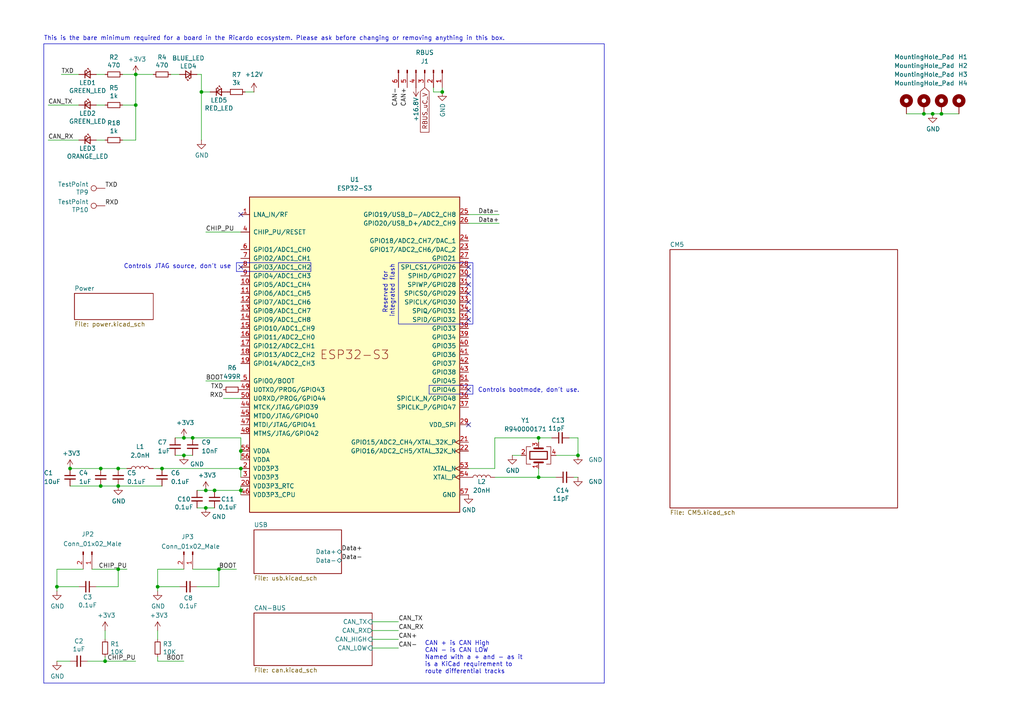
<source format=kicad_sch>
(kicad_sch (version 20250114) (generator "eeschema") (generator_version "9.0")
  (paper "A4")
  (lib_symbols
    (symbol "Connector:Conn_01x02_Male" (pin_names (offset 1.016) (hide yes))
      (property "Reference" "J" (at 0 2.54 0))
      (property "Value" "Conn_01x02_Male" (at 0 -5.08 0))
      (symbol "Conn_01x02_Male_1_1"
        (rectangle (start 0.8636 0.127) (end 0 -0.127) (stroke (width 0.1524)) (fill (type outline)))
        (rectangle (start 0.8636 -2.413) (end 0 -2.667) (stroke (width 0.1524)) (fill (type outline)))
        (polyline (pts (xy 1.27 0) (xy 0.8636 0)) (stroke (width 0.1524)))
        (polyline (pts (xy 1.27 -2.54) (xy 0.8636 -2.54)) (stroke (width 0.1524)))
        (pin passive line (at 5.08 0 180) (length 3.81) (name "Pin_1") (number "1"))
        (pin passive line (at 5.08 -2.54 180) (length 3.81) (name "Pin_2") (number "2"))
      )
    )
    (symbol "Connector:Conn_01x06_Male" (pin_names (offset 1.016) (hide yes))
      (property "Reference" "J" (at 0 7.62 0))
      (property "Value" "Conn_01x06_Male" (at 0 -10.16 0))
      (symbol "Conn_01x06_Male_1_1"
        (rectangle (start 0.8636 5.207) (end 0 4.953) (stroke (width 0.1524)) (fill (type outline)))
        (rectangle (start 0.8636 2.667) (end 0 2.413) (stroke (width 0.1524)) (fill (type outline)))
        (rectangle (start 0.8636 0.127) (end 0 -0.127) (stroke (width 0.1524)) (fill (type outline)))
        (rectangle (start 0.8636 -2.413) (end 0 -2.667) (stroke (width 0.1524)) (fill (type outline)))
        (rectangle (start 0.8636 -4.953) (end 0 -5.207) (stroke (width 0.1524)) (fill (type outline)))
        (rectangle (start 0.8636 -7.493) (end 0 -7.747) (stroke (width 0.1524)) (fill (type outline)))
        (polyline (pts (xy 1.27 5.08) (xy 0.8636 5.08)) (stroke (width 0.1524)))
        (polyline (pts (xy 1.27 2.54) (xy 0.8636 2.54)) (stroke (width 0.1524)))
        (polyline (pts (xy 1.27 0) (xy 0.8636 0)) (stroke (width 0.1524)))
        (polyline (pts (xy 1.27 -2.54) (xy 0.8636 -2.54)) (stroke (width 0.1524)))
        (polyline (pts (xy 1.27 -5.08) (xy 0.8636 -5.08)) (stroke (width 0.1524)))
        (polyline (pts (xy 1.27 -7.62) (xy 0.8636 -7.62)) (stroke (width 0.1524)))
        (pin passive line (at 5.08 5.08 180) (length 3.81) (name "Pin_1") (number "1"))
        (pin passive line (at 5.08 2.54 180) (length 3.81) (name "Pin_2") (number "2"))
        (pin passive line (at 5.08 0 180) (length 3.81) (name "Pin_3") (number "3"))
        (pin passive line (at 5.08 -2.54 180) (length 3.81) (name "Pin_4") (number "4"))
        (pin passive line (at 5.08 -5.08 180) (length 3.81) (name "Pin_5") (number "5"))
        (pin passive line (at 5.08 -7.62 180) (length 3.81) (name "Pin_6") (number "6"))
      )
    )
    (symbol "Connector:TestPoint" (pin_numbers (hide yes)) (pin_names (offset 0.762) (hide yes))
      (property "Reference" "TP" (at 0 6.858 0))
      (property "Value" "TestPoint" (at 0 5.08 0))
      (symbol "TestPoint_0_1"
        (circle (center 0 3.302) (radius 0.762))
      )
      (symbol "TestPoint_1_1"
        (pin passive line (at 0 0 90) (length 2.54) (name "1") (number "1"))
      )
    )
    (symbol "Device:C_Small" (pin_numbers (hide yes)) (pin_names (offset 0.254) (hide yes))
      (property "Reference" "C" (at 0.254 1.778 0))
      (property "Value" "C_Small" (at 0.254 -2.032 0))
      (symbol "C_Small_0_1"
        (polyline (pts (xy -1.524 0.508) (xy 1.524 0.508)) (stroke (width 0.3048)))
        (polyline (pts (xy -1.524 -0.508) (xy 1.524 -0.508)) (stroke (width 0.3302)))
      )
      (symbol "C_Small_1_1"
        (pin passive line (at 0 2.54 270) (length 2.032) (name "~") (number "1"))
        (pin passive line (at 0 -2.54 90) (length 2.032) (name "~") (number "2"))
      )
    )
    (symbol "Device:Crystal_GND24" (pin_names (offset 1.016) (hide yes))
      (property "Reference" "Y" (at 3.175 5.08 0))
      (property "Value" "Crystal_GND24" (at 3.175 3.175 0))
      (symbol "Crystal_GND24_0_1"
        (polyline (pts (xy -2.54 2.286) (xy -2.54 3.556) (xy 2.54 3.556) (xy 2.54 2.286)))
        (polyline (pts (xy -2.54 0) (xy -2.032 0)))
        (polyline (pts (xy -2.54 -2.286) (xy -2.54 -3.556) (xy 2.54 -3.556) (xy 2.54 -2.286)))
        (polyline (pts (xy -2.032 -1.27) (xy -2.032 1.27)) (stroke (width 0.508)))
        (rectangle (start -1.143 2.54) (end 1.143 -2.54) (stroke (width 0.3048)))
        (polyline (pts (xy 0 3.556) (xy 0 3.81)))
        (polyline (pts (xy 0 -3.81) (xy 0 -3.556)))
        (polyline (pts (xy 2.032 0) (xy 2.54 0)))
        (polyline (pts (xy 2.032 -1.27) (xy 2.032 1.27)) (stroke (width 0.508)))
      )
      (symbol "Crystal_GND24_1_1"
        (pin passive line (at -3.81 0 0) (length 1.27) (name "1") (number "1"))
        (pin passive line (at 0 5.08 270) (length 1.27) (name "2") (number "2"))
        (pin passive line (at 0 -5.08 90) (length 1.27) (name "4") (number "4"))
        (pin passive line (at 3.81 0 180) (length 1.27) (name "3") (number "3"))
      )
    )
    (symbol "Device:L" (pin_numbers (hide yes)) (pin_names (offset 1.016) (hide yes))
      (property "Reference" "L" (at -1.27 0 90))
      (property "Value" "L" (at 1.905 0 90))
      (symbol "L_0_1"
        (arc (start 0 2.54) (mid 0.6323 1.905) (end 0 1.27))
        (arc (start 0 1.27) (mid 0.6323 0.635) (end 0 0))
        (arc (start 0 0) (mid 0.6323 -0.635) (end 0 -1.27))
        (arc (start 0 -1.27) (mid 0.6323 -1.905) (end 0 -2.54))
      )
      (symbol "L_1_1"
        (pin passive line (at 0 3.81 270) (length 1.27) (name "1") (number "1"))
        (pin passive line (at 0 -3.81 90) (length 1.27) (name "2") (number "2"))
      )
    )
    (symbol "Device:LED_Small" (pin_numbers (hide yes)) (pin_names (offset 0.254) (hide yes))
      (property "Reference" "D" (at -1.27 3.175 0))
      (property "Value" "LED_Small" (at -4.445 -2.54 0))
      (symbol "LED_Small_0_1"
        (polyline (pts (xy -0.762 -1.016) (xy -0.762 1.016)) (stroke (width 0.254)))
        (polyline (pts (xy 0 0.762) (xy -0.508 1.27) (xy -0.254 1.27) (xy -0.508 1.27) (xy -0.508 1.016)))
        (polyline (pts (xy 0.508 1.27) (xy 0 1.778) (xy 0.254 1.778) (xy 0 1.778) (xy 0 1.524)))
        (polyline (pts (xy 0.762 -1.016) (xy -0.762 0) (xy 0.762 1.016) (xy 0.762 -1.016)) (stroke (width 0.254)))
        (polyline (pts (xy 1.016 0) (xy -0.762 0)))
      )
      (symbol "LED_Small_1_1"
        (pin passive line (at -2.54 0 0) (length 1.778) (name "K") (number "1"))
        (pin passive line (at 2.54 0 180) (length 1.778) (name "A") (number "2"))
      )
    )
    (symbol "Device:R_Small" (pin_numbers (hide yes)) (pin_names (offset 0.254) (hide yes))
      (property "Reference" "R" (at 0.762 0.508 0))
      (property "Value" "R_Small" (at 0.762 -1.016 0))
      (symbol "R_Small_0_1"
        (rectangle (start -0.762 1.778) (end 0.762 -1.778) (stroke (width 0.2032)))
      )
      (symbol "R_Small_1_1"
        (pin passive line (at 0 2.54 270) (length 0.762) (name "~") (number "1"))
        (pin passive line (at 0 -2.54 90) (length 0.762) (name "~") (number "2"))
      )
    )
    (symbol "Espressif:ESP32-S3" (pin_names (offset 1.016))
      (property "Reference" "U" (at 0 48.26 0))
      (property "Value" "ESP32-S3" (at 0 -48.26 0))
      (symbol "ESP32-S3_0_0"
        (text "ESP32-S3" (at 0 0 0) (effects (font (size 2.54 2.54))))
        (pin bidirectional line (at 33.02 -12.7 180) (length 2.54) (name "SPICLK_N/GPIO48") (number "36"))
        (pin bidirectional line (at 33.02 -15.24 180) (length 2.54) (name "SPICLK_P/GPIO47") (number "37"))
      )
      (symbol "ESP32-S3_0_1"
        (rectangle (start -30.48 45.72) (end 30.48 -45.72) (stroke (width 0.254)) (fill (type background)))
      )
      (symbol "ESP32-S3_1_1"
        (pin bidirectional line (at -33.02 40.64 0) (length 2.54) (name "LNA_IN/RF") (number "1"))
        (pin input line (at -33.02 35.56 0) (length 2.54) (name "CHIP_PU/RESET") (number "4"))
        (pin bidirectional line (at -33.02 30.48 0) (length 2.54) (name "GPIO1/ADC1_CH0") (number "6"))
        (pin bidirectional line (at -33.02 27.94 0) (length 2.54) (name "GPIO2/ADC1_CH1") (number "7"))
        (pin bidirectional line (at -33.02 25.4 0) (length 2.54) (name "GPIO3/ADC1_CH2") (number "8"))
        (pin bidirectional line (at -33.02 22.86 0) (length 2.54) (name "GPIO4/ADC1_CH3") (number "9"))
        (pin bidirectional line (at -33.02 20.32 0) (length 2.54) (name "GPIO5/ADC1_CH4") (number "10"))
        (pin bidirectional line (at -33.02 17.78 0) (length 2.54) (name "GPIO6/ADC1_CH5") (number "11"))
        (pin bidirectional line (at -33.02 15.24 0) (length 2.54) (name "GPIO7/ADC1_CH6") (number "12"))
        (pin bidirectional line (at -33.02 12.7 0) (length 2.54) (name "GPIO8/ADC1_CH7") (number "13"))
        (pin bidirectional line (at -33.02 10.16 0) (length 2.54) (name "GPIO9/ADC1_CH8") (number "14"))
        (pin bidirectional line (at -33.02 7.62 0) (length 2.54) (name "GPIO10/ADC1_CH9") (number "15"))
        (pin bidirectional line (at -33.02 5.08 0) (length 2.54) (name "GPIO11/ADC2_CH0") (number "16"))
        (pin bidirectional line (at -33.02 2.54 0) (length 2.54) (name "GPIO12/ADC2_CH1") (number "17"))
        (pin bidirectional line (at -33.02 0 0) (length 2.54) (name "GPIO13/ADC2_CH2") (number "18"))
        (pin bidirectional line (at -33.02 -2.54 0) (length 2.54) (name "GPIO14/ADC2_CH3") (number "19"))
        (pin bidirectional line (at -33.02 -7.62 0) (length 2.54) (name "GPIO0/BOOT") (number "5"))
        (pin bidirectional line (at -33.02 -10.16 0) (length 2.54) (name "U0TXD/PROG/GPIO43") (number "49"))
        (pin bidirectional line (at -33.02 -12.7 0) (length 2.54) (name "U0RXD/PROG/GPIO44") (number "50"))
        (pin bidirectional line (at -33.02 -15.24 0) (length 2.54) (name "MTCK/JTAG/GPIO39") (number "44"))
        (pin bidirectional line (at -33.02 -17.78 0) (length 2.54) (name "MTDO/JTAG/GPIO40") (number "45"))
        (pin bidirectional line (at -33.02 -20.32 0) (length 2.54) (name "MTDI/JTAG/GPIO41") (number "47"))
        (pin bidirectional line (at -33.02 -22.86 0) (length 2.54) (name "MTMS/JTAG/GPIO42") (number "48"))
        (pin power_in line (at -33.02 -27.94 0) (length 2.54) (name "VDDA") (number "55"))
        (pin power_in line (at -33.02 -30.48 0) (length 2.54) (name "VDDA") (number "56"))
        (pin power_in line (at -33.02 -33.02 0) (length 2.54) (name "VDD3P3") (number "2"))
        (pin power_in line (at -33.02 -35.56 0) (length 2.54) (name "VDD3P3") (number "3"))
        (pin power_in line (at -33.02 -38.1 0) (length 2.54) (name "VDD3P3_RTC") (number "20"))
        (pin power_in line (at -33.02 -40.64 0) (length 2.54) (name "VDD3P3_CPU") (number "46"))
        (pin bidirectional line (at 33.02 40.64 180) (length 2.54) (name "GPIO19/USB_D-/ADC2_CH8") (number "25"))
        (pin bidirectional line (at 33.02 38.1 180) (length 2.54) (name "GPIO20/USB_D+/ADC2_CH9") (number "26"))
        (pin bidirectional line (at 33.02 33.02 180) (length 2.54) (name "GPIO18/ADC2_CH7/DAC_1") (number "24"))
        (pin bidirectional line (at 33.02 30.48 180) (length 2.54) (name "GPIO17/ADC2_CH6/DAC_2") (number "23"))
        (pin bidirectional line (at 33.02 27.94 180) (length 2.54) (name "GPIO21") (number "27"))
        (pin bidirectional line (at 33.02 25.4 180) (length 2.54) (name "SPI_CS1/GPIO26") (number "28"))
        (pin bidirectional line (at 33.02 22.86 180) (length 2.54) (name "SPIHD/GPIO27") (number "30"))
        (pin bidirectional line (at 33.02 20.32 180) (length 2.54) (name "SPIWP/GPIO28") (number "31"))
        (pin bidirectional line (at 33.02 17.78 180) (length 2.54) (name "SPICS0/GPIO29") (number "32"))
        (pin bidirectional line (at 33.02 15.24 180) (length 2.54) (name "SPICLK/GPIO30") (number "33"))
        (pin bidirectional line (at 33.02 12.7 180) (length 2.54) (name "SPIQ/GPIO31") (number "34"))
        (pin bidirectional line (at 33.02 10.16 180) (length 2.54) (name "SPID/GPIO32") (number "35"))
        (pin bidirectional line (at 33.02 7.62 180) (length 2.54) (name "GPIO33") (number "38"))
        (pin bidirectional line (at 33.02 5.08 180) (length 2.54) (name "GPIO34") (number "39"))
        (pin bidirectional line (at 33.02 2.54 180) (length 2.54) (name "GPIO35") (number "40"))
        (pin bidirectional line (at 33.02 0 180) (length 2.54) (name "GPIO36") (number "41"))
        (pin bidirectional line (at 33.02 -2.54 180) (length 2.54) (name "GPIO37") (number "42"))
        (pin bidirectional line (at 33.02 -5.08 180) (length 2.54) (name "GPIO38") (number "43"))
        (pin bidirectional line (at 33.02 -7.62 180) (length 2.54) (name "GPIO45") (number "51"))
        (pin bidirectional line (at 33.02 -10.16 180) (length 2.54) (name "GPIO46") (number "52"))
        (pin power_out line (at 33.02 -20.32 180) (length 2.54) (name "VDD_SPI") (number "29"))
        (pin input clock (at 33.02 -25.4 180) (length 2.54) (name "GPIO15/ADC2_CH4/XTAL_32K_P") (number "21"))
        (pin output clock (at 33.02 -27.94 180) (length 2.54) (name "GPIO16/ADC2_CH5/XTAL_32K_N") (number "22"))
        (pin input clock (at 33.02 -33.02 180) (length 2.54) (name "XTAL_N") (number "53"))
        (pin output clock (at 33.02 -35.56 180) (length 2.54) (name "XTAL_P") (number "54"))
        (pin power_in line (at 33.02 -40.64 180) (length 2.54) (name "GND") (number "57"))
      )
    )
    (symbol "Mechanical:MountingHole_Pad" (pin_numbers (hide yes)) (pin_names (offset 1.016) (hide yes)) (exclude_from_sim yes) (in_bom no)
      (property "Reference" "H" (at 0 6.35 0))
      (property "Value" "MountingHole_Pad" (at 0 4.445 0))
      (symbol "MountingHole_Pad_0_1"
        (circle (center 0 1.27) (radius 1.27) (stroke (width 1.27)))
      )
      (symbol "MountingHole_Pad_1_1"
        (pin input line (at 0 -2.54 90) (length 2.54) (name "1") (number "1"))
      )
    )
    (symbol "power:+12V" (power) (pin_numbers (hide yes)) (pin_names (offset 0) (hide yes))
      (property "Value" "+12V" (at 0 3.556 0))
      (symbol "+12V_0_1"
        (polyline (pts (xy -0.762 1.27) (xy 0 2.54)))
        (polyline (pts (xy 0 2.54) (xy 0.762 1.27)))
        (polyline (pts (xy 0 0) (xy 0 2.54)))
      )
      (symbol "+12V_1_1"
        (pin power_in line (at 0 0 90) (length 0) (name "~") (number "1"))
      )
    )
    (symbol "power:+3.3V" (power) (pin_numbers (hide yes)) (pin_names (offset 0) (hide yes))
      (property "Value" "+3.3V" (at 0 3.556 0))
      (symbol "+3.3V_0_1"
        (polyline (pts (xy -0.762 1.27) (xy 0 2.54)))
        (polyline (pts (xy 0 2.54) (xy 0.762 1.27)))
        (polyline (pts (xy 0 0) (xy 0 2.54)))
      )
      (symbol "+3.3V_1_1"
        (pin power_in line (at 0 0 90) (length 0) (name "~") (number "1"))
      )
    )
    (symbol "power:GND" (power) (pin_numbers (hide yes)) (pin_names (offset 0) (hide yes))
      (property "Value" "GND" (at 0 -3.81 0))
      (symbol "GND_0_1"
        (polyline (pts (xy 0 0) (xy 0 -1.27) (xy 1.27 -1.27) (xy 0 -2.54) (xy -1.27 -1.27) (xy 0 -1.27)))
      )
      (symbol "GND_1_1"
        (pin power_in line (at 0 0 270) (length 0) (name "~") (number "1"))
      )
    )
  )
  (rectangle (start 115.57 76.2) (end 137.16 93.98))
  (text "Controls bootmode, don't use.\n" (at 138.5894 113.9757 0) (effects (font (size 1.27 1.27)) (justify left bottom)))
  (text "This is the bare minimum required for a board in the Ricardo ecosystem. Please ask before changing or removing anything in this box.\n\n" (at 12.7 13.97 0) (effects (font (size 1.27 1.27)) (justify left bottom)))
  (text "CAN + is CAN High\nCAN - is CAN LOW\nNamed with a + and - as it\nis a KiCad requirement to\nroute differential tracks\n" (at 123.19 195.58 0) (effects (font (size 1.27 1.27)) (justify left bottom)))
  (text "Controls JTAG source, don't use\n" (at 67.0857 78.0878 0) (effects (font (size 1.27 1.27)) (justify right bottom)))
  (text "Reserved for \nintegrated flash" (at 112.776 84.328 90) (effects (font (size 1.27 1.27))))
  (junction (at 39.37 21.59))
  (junction (at 59.69 142.24))
  (junction (at 53.34 127))
  (junction (at 58.42 26.67))
  (junction (at 39.37 30.48))
  (junction (at 30.48 191.77))
  (junction (at 69.85 142.24))
  (junction (at 55.88 127))
  (junction (at 63.5 165.1))
  (junction (at 59.69 147.32))
  (junction (at 62.23 142.24))
  (junction (at 34.29 135.89))
  (junction (at 20.32 135.89))
  (junction (at 45.72 170.18))
  (junction (at 29.21 135.89))
  (junction (at 34.29 140.97))
  (junction (at 156.21 127))
  (junction (at 273.05 33.02))
  (junction (at 53.34 132.08))
  (junction (at 156.21 138.43))
  (junction (at 69.85 130.81))
  (junction (at 29.21 140.97))
  (junction (at 16.51 170.18))
  (junction (at 270.51 33.02))
  (junction (at 267.97 33.02))
  (junction (at 167.64 132.08))
  (junction (at 46.99 135.89))
  (junction (at 128.27 26.67))
  (junction (at 34.29 165.1))
  (junction (at 69.85 135.89))
  (no_connect (at 135.89 77.47))
  (no_connect (at 135.89 87.63))
  (no_connect (at 135.89 85.09))
  (no_connect (at 135.89 90.17))
  (no_connect (at 135.89 80.01))
  (no_connect (at 135.89 92.71))
  (no_connect (at 69.85 77.47))
  (no_connect (at 69.85 62.23))
  (no_connect (at 135.89 113.03))
  (no_connect (at 135.89 82.55))
  (no_connect (at 135.89 123.19))
  (wire (pts (xy 30.48 191.77) (xy 30.48 190.5)))
  (wire (pts (xy 135.89 62.23) (xy 144.78 62.23)))
  (wire (pts (xy 69.85 135.89) (xy 69.85 138.43)))
  (polyline (pts (xy 90.17 78.74) (xy 68.58 78.74)))
  (wire (pts (xy 63.5 170.18) (xy 63.5 165.1)))
  (polyline (pts (xy 68.58 76.2) (xy 68.58 78.74)))
  (wire (pts (xy 60.96 26.67) (xy 58.42 26.67)))
  (wire (pts (xy 16.51 191.77) (xy 20.32 191.77)))
  (wire (pts (xy 107.95 180.34) (xy 115.57 180.34)))
  (wire (pts (xy 128.27 25.4) (xy 128.27 26.67)))
  (wire (pts (xy 160.02 127) (xy 156.21 127)))
  (wire (pts (xy 35.56 30.48) (xy 39.37 30.48)))
  (wire (pts (xy 45.72 165.1) (xy 53.34 165.1)))
  (wire (pts (xy 125.73 26.67) (xy 128.27 26.67)))
  (wire (pts (xy 58.42 21.59) (xy 57.15 21.59)))
  (wire (pts (xy 29.21 135.89) (xy 34.29 135.89)))
  (wire (pts (xy 143.51 138.43) (xy 156.21 138.43)))
  (wire (pts (xy 59.69 110.49) (xy 69.85 110.49)))
  (polyline (pts (xy 12.7 12.7) (xy 12.7 198.12)))
  (wire (pts (xy 267.97 33.02) (xy 262.89 33.02)))
  (wire (pts (xy 16.51 170.18) (xy 16.51 171.45)))
  (wire (pts (xy 57.15 170.18) (xy 63.5 170.18)))
  (polyline (pts (xy 137.16 111.76) (xy 137.16 114.3)))
  (wire (pts (xy 68.58 165.1) (xy 63.5 165.1)))
  (wire (pts (xy 27.94 21.59) (xy 30.48 21.59)))
  (wire (pts (xy 16.51 165.1) (xy 16.51 170.18)))
  (wire (pts (xy 161.29 132.08) (xy 167.64 132.08)))
  (wire (pts (xy 30.48 182.88) (xy 30.48 185.42)))
  (wire (pts (xy 57.15 147.32) (xy 59.69 147.32)))
  (polyline (pts (xy 68.58 76.2) (xy 90.17 76.2)))
  (wire (pts (xy 34.29 135.89) (xy 36.83 135.89)))
  (wire (pts (xy 69.85 142.24) (xy 69.85 143.51)))
  (wire (pts (xy 62.23 142.24) (xy 69.85 142.24)))
  (wire (pts (xy 64.77 115.57) (xy 69.85 115.57)))
  (wire (pts (xy 53.34 132.08) (xy 55.88 132.08)))
  (wire (pts (xy 143.51 135.89) (xy 143.51 127)))
  (wire (pts (xy 156.21 127) (xy 156.21 128.27)))
  (wire (pts (xy 34.29 165.1) (xy 36.83 165.1)))
  (wire (pts (xy 50.8 132.08) (xy 53.34 132.08)))
  (polyline (pts (xy 124.46 111.76) (xy 124.46 114.3)))
  (wire (pts (xy 35.56 40.64) (xy 39.37 40.64)))
  (polyline (pts (xy 12.7 12.7) (xy 175.26 12.7)))
  (wire (pts (xy 39.37 30.48) (xy 39.37 40.64)))
  (wire (pts (xy 44.45 135.89) (xy 46.99 135.89)))
  (wire (pts (xy 69.85 130.81) (xy 69.85 133.35)))
  (wire (pts (xy 39.37 30.48) (xy 39.37 21.59)))
  (wire (pts (xy 22.86 170.18) (xy 16.51 170.18)))
  (wire (pts (xy 27.94 40.64) (xy 30.48 40.64)))
  (wire (pts (xy 50.8 127) (xy 53.34 127)))
  (wire (pts (xy 17.78 21.59) (xy 22.86 21.59)))
  (wire (pts (xy 13.97 30.48) (xy 22.86 30.48)))
  (wire (pts (xy 52.07 170.18) (xy 45.72 170.18)))
  (wire (pts (xy 278.13 33.02) (xy 273.05 33.02)))
  (wire (pts (xy 29.21 140.97) (xy 34.29 140.97)))
  (wire (pts (xy 35.56 21.59) (xy 39.37 21.59)))
  (wire (pts (xy 55.88 127) (xy 69.85 127)))
  (wire (pts (xy 107.95 187.96) (xy 115.57 187.96)))
  (wire (pts (xy 107.95 182.88) (xy 115.57 182.88)))
  (wire (pts (xy 69.85 127) (xy 69.85 130.81)))
  (polyline (pts (xy 137.16 114.3) (xy 124.46 114.3)))
  (wire (pts (xy 55.88 165.1) (xy 63.5 165.1)))
  (wire (pts (xy 125.73 25.4) (xy 125.73 26.67)))
  (wire (pts (xy 25.4 191.77) (xy 30.48 191.77)))
  (wire (pts (xy 273.05 33.02) (xy 270.51 33.02)))
  (wire (pts (xy 135.89 135.89) (xy 143.51 135.89)))
  (wire (pts (xy 45.72 170.18) (xy 45.72 171.45)))
  (wire (pts (xy 45.72 191.77) (xy 45.72 190.5)))
  (wire (pts (xy 49.53 21.59) (xy 52.07 21.59)))
  (wire (pts (xy 148.59 132.08) (xy 151.13 132.08)))
  (wire (pts (xy 58.42 21.59) (xy 58.42 26.67)))
  (wire (pts (xy 161.29 138.43) (xy 156.21 138.43)))
  (wire (pts (xy 59.69 67.31) (xy 69.85 67.31)))
  (wire (pts (xy 53.34 191.77) (xy 45.72 191.77)))
  (wire (pts (xy 58.42 26.67) (xy 58.42 40.64)))
  (wire (pts (xy 156.21 135.89) (xy 156.21 138.43)))
  (wire (pts (xy 34.29 170.18) (xy 34.29 165.1)))
  (polyline (pts (xy 90.17 76.2) (xy 90.17 78.74)))
  (wire (pts (xy 143.51 127) (xy 156.21 127)))
  (wire (pts (xy 167.64 138.43) (xy 166.37 138.43)))
  (wire (pts (xy 20.32 135.89) (xy 29.21 135.89)))
  (wire (pts (xy 167.64 127) (xy 167.64 132.08)))
  (wire (pts (xy 13.97 40.64) (xy 22.86 40.64)))
  (wire (pts (xy 39.37 21.59) (xy 44.45 21.59)))
  (polyline (pts (xy 124.46 111.76) (xy 137.16 111.76)))
  (wire (pts (xy 59.69 147.32) (xy 62.23 147.32)))
  (wire (pts (xy 30.48 191.77) (xy 39.37 191.77)))
  (wire (pts (xy 270.51 33.02) (xy 267.97 33.02)))
  (wire (pts (xy 107.95 185.42) (xy 115.57 185.42)))
  (wire (pts (xy 53.34 127) (xy 55.88 127)))
  (wire (pts (xy 73.66 26.67) (xy 71.12 26.67)))
  (wire (pts (xy 46.99 135.89) (xy 69.85 135.89)))
  (polyline (pts (xy 175.26 12.7) (xy 175.26 198.12)))
  (wire (pts (xy 27.94 30.48) (xy 30.48 30.48)))
  (wire (pts (xy 34.29 140.97) (xy 46.99 140.97)))
  (wire (pts (xy 135.89 64.77) (xy 144.78 64.77)))
  (wire (pts (xy 27.94 170.18) (xy 34.29 170.18)))
  (wire (pts (xy 45.72 165.1) (xy 45.72 170.18)))
  (wire (pts (xy 59.69 142.24) (xy 62.23 142.24)))
  (wire (pts (xy 57.15 142.24) (xy 59.69 142.24)))
  (wire (pts (xy 20.32 140.97) (xy 29.21 140.97)))
  (wire (pts (xy 69.85 142.24) (xy 69.85 140.97)))
  (wire (pts (xy 167.64 127) (xy 165.1 127)))
  (wire (pts (xy 26.67 165.1) (xy 34.29 165.1)))
  (wire (pts (xy 45.72 182.88) (xy 45.72 185.42)))
  (wire (pts (xy 16.51 165.1) (xy 24.13 165.1)))
  (polyline (pts (xy 175.26 198.12) (xy 12.7 198.12)))
  (label "CHIP_PU" (at 36.83 165.1 180))
  (label "CAN+" (at 115.57 185.42 0))
  (label "Data+" (at 99.06 160.02 0) (property "Netclass" "USB" (effects (hide yes))))
  (label "RXD" (at 30.48 59.69 0))
  (label "Data-" (at 99.06 162.56 0) (property "Netclass" "USB" (effects (hide yes))))
  (label "BOOT" (at 53.34 191.77 180))
  (label "TXD" (at 30.48 54.61 0))
  (label "CAN_RX" (at 13.97 40.64 0))
  (label "CAN-" (at 115.57 25.4 270))
  (label "CAN+" (at 118.11 25.4 270))
  (label "CAN_TX" (at 115.57 180.34 0))
  (label "BOOT" (at 68.58 165.1 180))
  (label "RXD" (at 64.77 115.57 180))
  (label "BOOT" (at 59.69 110.49 0))
  (label "TXD" (at 64.77 113.03 180))
  (label "CAN_TX" (at 13.97 30.48 0))
  (label "CHIP_PU" (at 59.69 67.31 0))
  (label "CAN_RX" (at 115.57 182.88 0))
  (label "Data+" (at 144.78 64.77 180))
  (label "Data-" (at 144.78 62.23 180))
  (label "CAN-" (at 115.57 187.96 0))
  (label "TXD" (at 17.78 21.59 0))
  (label "CHIP_PU" (at 39.37 191.77 180))
  (global_label "RBUS_uC_V" (shape input) (at 123.19 25.4 270) (property "Intersheetrefs" "${INTERSHEET_REFS}" (effects (hide yes))))
  (symbol (lib_id "power:+3.3V") (at 30.48 182.88 0) (unit 1)
    (property "Reference" "#PWR04" (effects (hide yes)))
    (property "Value" "+3V3" (at 30.861 178.4858 0))
    (property "Description" "Power symbol creates a global label with name \"+3.3V\"" (effects (hide yes)))
  )
  (symbol (lib_id "Device:R_Small") (at 30.48 187.96 0) (unit 1)
    (property "Reference" "R1" (at 31.9786 186.7916 0) (effects (justify left)))
    (property "Value" "10K" (at 31.9786 189.103 0) (effects (justify left)))
    (property "Footprint" "Resistor_SMD:R_0402_1005Metric" (effects (hide yes)))
    (property "Description" "Resistor, small symbol" (effects (hide yes)))
  )
  (symbol (lib_id "Device:C_Small") (at 22.86 191.77 270) (unit 1)
    (property "Reference" "C2" (at 22.86 185.9534 90))
    (property "Value" "1uF" (at 22.86 188.2648 90))
    (property "Footprint" "Capacitor_SMD:C_0402_1005Metric" (effects (hide yes)))
    (property "Description" "Unpolarized capacitor, small symbol" (effects (hide yes)))
  )
  (symbol (lib_id "power:GND") (at 16.51 191.77 0) (unit 1)
    (property "Reference" "#PWR02" (effects (hide yes)))
    (property "Value" "GND" (at 16.637 196.1642 0))
    (property "Description" "Power symbol creates a global label with name \"GND\" , ground" (effects (hide yes)))
  )
  (symbol (lib_id "power:+3.3V") (at 45.72 182.88 0) (unit 1)
    (property "Reference" "#PWR08" (effects (hide yes)))
    (property "Value" "+3V3" (at 46.101 178.4858 0))
    (property "Description" "Power symbol creates a global label with name \"+3.3V\"" (effects (hide yes)))
  )
  (symbol (lib_id "Device:R_Small") (at 45.72 187.96 0) (unit 1)
    (property "Reference" "R3" (at 47.2186 186.7916 0) (effects (justify left)))
    (property "Value" "10K" (at 47.2186 189.103 0) (effects (justify left)))
    (property "Footprint" "Resistor_SMD:R_0402_1005Metric" (effects (hide yes)))
    (property "Description" "Resistor, small symbol" (effects (hide yes)))
  )
  (symbol (lib_id "power:GND") (at 45.72 171.45 0) (unit 1)
    (property "Reference" "#PWR07" (effects (hide yes)))
    (property "Value" "GND" (at 45.847 175.8442 0))
    (property "Description" "Power symbol creates a global label with name \"GND\" , ground" (effects (hide yes)))
  )
  (symbol (lib_id "Device:C_Small") (at 54.61 170.18 270) (unit 1)
    (property "Reference" "C8" (at 54.61 173.4566 90))
    (property "Value" "0.1uF" (at 54.61 175.768 90))
    (property "Footprint" "Capacitor_SMD:C_0402_1005Metric" (effects (hide yes)))
    (property "Description" "Unpolarized capacitor, small symbol" (effects (hide yes)))
  )
  (symbol (lib_id "power:GND") (at 16.51 171.45 0) (unit 1)
    (property "Reference" "#PWR01" (effects (hide yes)))
    (property "Value" "GND" (at 16.637 175.8442 0))
    (property "Description" "Power symbol creates a global label with name \"GND\" , ground" (effects (hide yes)))
  )
  (symbol (lib_id "Device:C_Small") (at 25.4 170.18 270) (unit 1)
    (property "Reference" "C3" (at 25.4 173.2026 90))
    (property "Value" "0.1uF" (at 25.4 175.514 90))
    (property "Footprint" "Capacitor_SMD:C_0402_1005Metric" (effects (hide yes)))
    (property "Description" "Unpolarized capacitor, small symbol" (effects (hide yes)))
  )
  (symbol (lib_id "Device:LED_Small") (at 25.4 21.59 0) (unit 1)
    (property "Reference" "LED1" (at 25.4 24.003 0))
    (property "Value" "GREEN_LED" (at 25.4 26.3144 0))
    (property "Footprint" "LED_SMD:LED_0402_1005Metric" (effects (hide yes)))
    (property "Description" "Light emitting diode, small symbol" (effects (hide yes)))
  )
  (symbol (lib_id "Device:R_Small") (at 33.02 21.59 270) (unit 1)
    (property "Reference" "R2" (at 33.02 16.6116 90))
    (property "Value" "470" (at 33.02 18.923 90))
    (property "Footprint" "Resistor_SMD:R_0402_1005Metric" (effects (hide yes)))
    (property "Description" "Resistor, small symbol" (effects (hide yes)))
  )
  (symbol (lib_id "power:GND") (at 58.42 40.64 0) (unit 1)
    (property "Reference" "#PWR012" (effects (hide yes)))
    (property "Value" "GND" (at 58.547 45.0342 0))
    (property "Description" "Power symbol creates a global label with name \"GND\" , ground" (effects (hide yes)))
  )
  (symbol (lib_id "power:+3.3V") (at 39.37 21.59 0) (unit 1)
    (property "Reference" "#PWR06" (effects (hide yes)))
    (property "Value" "+3V3" (at 39.751 17.1958 0))
    (property "Description" "Power symbol creates a global label with name \"+3.3V\"" (effects (hide yes)))
  )
  (symbol (lib_id "Device:LED_Small") (at 54.61 21.59 180) (unit 1)
    (property "Reference" "LED4" (at 54.61 19.177 0))
    (property "Value" "BLUE_LED" (at 54.61 16.8656 0))
    (property "Footprint" "LED_SMD:LED_0402_1005Metric" (effects (hide yes)))
    (property "Description" "Light emitting diode, small symbol" (effects (hide yes)))
  )
  (symbol (lib_id "Device:R_Small") (at 46.99 21.59 270) (unit 1)
    (property "Reference" "R4" (at 46.99 16.6116 90))
    (property "Value" "470" (at 46.99 18.923 90))
    (property "Footprint" "Resistor_SMD:R_0402_1005Metric" (effects (hide yes)))
    (property "Description" "Resistor, small symbol" (effects (hide yes)))
  )
  (symbol (lib_id "Connector:Conn_01x02_Male") (at 26.67 160.02 270) (unit 1)
    (property "Reference" "JP2" (at 23.622 154.94 90) (effects (justify left)))
    (property "Value" "Conn_01x02_Male" (at 18.288 157.734 90) (effects (justify left)))
    (property "Footprint" "Connector_PinHeader_2.54mm:PinHeader_1x02_P2.54mm_Vertical" (effects (hide yes)))
  )
  (symbol (lib_id "Connector:Conn_01x02_Male") (at 55.88 160.02 270) (unit 1)
    (property "Reference" "JP3" (at 52.578 155.702 90) (effects (justify left)))
    (property "Value" "Conn_01x02_Male" (at 46.736 158.496 90) (effects (justify left)))
    (property "Footprint" "Connector_PinHeader_2.54mm:PinHeader_1x02_P2.54mm_Vertical" (effects (hide yes)))
  )
  (symbol (lib_id "power:GND") (at 128.27 26.67 0) (unit 1)
    (property "Reference" "#PWR018" (effects (hide yes)))
    (property "Value" "GND" (at 128.397 29.9212 90) (effects (justify right)))
    (property "Description" "Power symbol creates a global label with name \"GND\" , ground" (effects (hide yes)))
  )
  (symbol (lib_id "Connector:Conn_01x06_Male") (at 123.19 20.32 270) (unit 1)
    (property "Reference" "J1" (at 123.19 17.78 90))
    (property "Value" "RBUS" (at 123.19 15.24 90))
    (property "Footprint" "iclr:Molex_Mini-Fit_Jr_5569-06A2_2x03_P4.20mm_Horizontal" (effects (hide yes)))
  )
  (symbol (lib_id "Device:LED_Small") (at 63.5 26.67 0) (unit 1)
    (property "Reference" "LED5" (at 63.5 29.083 0))
    (property "Value" "RED_LED" (at 63.5 31.3944 0))
    (property "Footprint" "LED_SMD:LED_0402_1005Metric" (effects (hide yes)))
    (property "Description" "Light emitting diode, small symbol" (effects (hide yes)))
  )
  (symbol (lib_id "Device:R_Small") (at 68.58 26.67 270) (unit 1)
    (property "Reference" "R7" (at 68.58 21.6916 90))
    (property "Value" "3k" (at 68.58 24.003 90))
    (property "Footprint" "Resistor_SMD:R_0402_1005Metric" (effects (hide yes)))
    (property "Description" "Resistor, small symbol" (effects (hide yes)))
  )
  (symbol (lib_id "Device:LED_Small") (at 25.4 30.48 0) (unit 1)
    (property "Reference" "LED2" (at 25.4 32.893 0))
    (property "Value" "GREEN_LED" (at 25.4 35.2044 0))
    (property "Footprint" "LED_SMD:LED_0402_1005Metric" (effects (hide yes)))
    (property "Description" "Light emitting diode, small symbol" (effects (hide yes)))
  )
  (symbol (lib_id "Connector:TestPoint") (at 30.48 54.61 90) (unit 1)
    (property "Reference" "TP9" (at 25.7048 55.7784 90) (effects (justify left)))
    (property "Value" "TestPoint" (at 25.7048 53.467 90) (effects (justify left)))
    (property "Footprint" "TestPoint:TestPoint_Pad_D1.0mm" (effects (hide yes)))
    (property "Description" "test point" (effects (hide yes)))
  )
  (symbol (lib_id "power:GND") (at 167.64 132.08 0) (unit 1)
    (property "Reference" "#PWR021" (effects (hide yes)))
    (property "Value" "GND" (at 172.72 133.35 0))
    (property "Description" "Power symbol creates a global label with name \"GND\" , ground" (effects (hide yes)))
  )
  (symbol (lib_id "power:GND") (at 34.29 140.97 0) (unit 1)
    (property "Reference" "#PWR05" (effects (hide yes)))
    (property "Value" "GND" (at 34.417 145.3642 0))
    (property "Description" "Power symbol creates a global label with name \"GND\" , ground" (effects (hide yes)))
  )
  (symbol (lib_id "Device:C_Small") (at 55.88 129.54 0) (unit 1)
    (property "Reference" "C9" (at 58.42 128.2762 0) (effects (justify left)))
    (property "Value" "10nF" (at 58.42 130.8162 0) (effects (justify left)))
    (property "Footprint" "Capacitor_SMD:C_0402_1005Metric" (effects (hide yes)))
    (property "Description" "Unpolarized capacitor, small symbol" (effects (hide yes)))
  )
  (symbol (lib_id "power:+3.3V") (at 53.34 127 0) (unit 1)
    (property "Reference" "#PWR010" (effects (hide yes)))
    (property "Value" "+3V3" (at 53.721 122.6058 0))
    (property "Description" "Power symbol creates a global label with name \"+3.3V\"" (effects (hide yes)))
  )
  (symbol (lib_id "Mechanical:MountingHole_Pad") (at 267.97 30.48 0) (unit 1)
    (property "Reference" "H2" (at 280.67 19.05 0) (effects (justify right)))
    (property "Value" "MountingHole_Pad" (at 276.86 21.59 0) (effects (justify right)))
    (property "Footprint" "MountingHole:MountingHole_3.2mm_M3_DIN965_Pad" (effects (hide yes)))
    (property "Description" "Mounting Hole with connection" (effects (hide yes)))
  )
  (symbol (lib_id "Device:C_Small") (at 50.8 129.54 0) (unit 1)
    (property "Reference" "C7" (at 45.72 128.27 0) (effects (justify left)))
    (property "Value" "1uF" (at 45.72 130.81 0) (effects (justify left)))
    (property "Footprint" "Capacitor_SMD:C_0402_1005Metric" (effects (hide yes)))
    (property "Description" "Unpolarized capacitor, small symbol" (effects (hide yes)))
  )
  (symbol (lib_id "power:+12V") (at 73.66 26.67 0) (unit 1)
    (property "Reference" "#PWR015" (effects (hide yes)))
    (property "Value" "+12V" (at 73.66 21.59 0))
    (property "Description" "Power symbol creates a global label with name \"+12V\"" (effects (hide yes)))
  )
  (symbol (lib_id "Mechanical:MountingHole_Pad") (at 278.13 30.48 0) (unit 1)
    (property "Reference" "H4" (at 280.67 24.13 0) (effects (justify right)))
    (property "Value" "MountingHole_Pad" (at 276.86 16.51 0) (effects (justify right)))
    (property "Footprint" "MountingHole:MountingHole_3.2mm_M3_DIN965_Pad" (effects (hide yes)))
    (property "Description" "Mounting Hole with connection" (effects (hide yes)))
  )
  (symbol (lib_id "power:GND") (at 59.69 147.32 0) (unit 1)
    (property "Reference" "#PWR014" (effects (hide yes)))
    (property "Value" "GND" (at 63.5 149.86 0))
    (property "Description" "Power symbol creates a global label with name \"GND\" , ground" (effects (hide yes)))
  )
  (symbol (lib_id "power:+12V") (at 120.65 25.4 180) (unit 1)
    (property "Reference" "#PWR017" (effects (hide yes)))
    (property "Value" "+16.8V" (at 120.65 31.75 90))
    (property "Description" "Power symbol creates a global label with name \"+12V\"" (effects (hide yes)))
  )
  (symbol (lib_id "Device:R_Small") (at 33.02 40.64 270) (unit 1)
    (property "Reference" "R18" (at 33.02 35.6616 90))
    (property "Value" "1k" (at 33.02 37.973 90))
    (property "Footprint" "Resistor_SMD:R_0402_1005Metric" (effects (hide yes)))
    (property "Description" "Resistor, small symbol" (effects (hide yes)))
  )
  (symbol (lib_id "Device:LED_Small") (at 25.4 40.64 0) (unit 1)
    (property "Reference" "LED3" (at 25.4 43.053 0))
    (property "Value" "ORANGE_LED" (at 25.4 45.3644 0))
    (property "Footprint" "LED_SMD:LED_0402_1005Metric" (effects (hide yes)))
    (property "Description" "Light emitting diode, small symbol" (effects (hide yes)))
  )
  (symbol (lib_id "Device:C_Small") (at 20.32 138.43 0) (unit 1)
    (property "Reference" "C1" (at 12.7 137.16 0) (effects (justify left)))
    (property "Value" "10uF" (at 12.7 139.7 0) (effects (justify left)))
    (property "Footprint" "Capacitor_SMD:C_0402_1005Metric" (effects (hide yes)))
    (property "Description" "Unpolarized capacitor, small symbol" (effects (hide yes)))
  )
  (symbol (lib_id "Device:C_Small") (at 57.15 144.78 0) (unit 1)
    (property "Reference" "C10" (at 53.34 144.78 0))
    (property "Value" "0.1uF" (at 53.34 147.0914 0))
    (property "Footprint" "Capacitor_SMD:C_0402_1005Metric" (effects (hide yes)))
    (property "Description" "Unpolarized capacitor, small symbol" (effects (hide yes)))
  )
  (symbol (lib_id "Device:C_Small") (at 163.83 138.43 90) (unit 1)
    (property "Reference" "C14" (at 165.1 142.24 90) (effects (justify left)))
    (property "Value" "11pF" (at 165.1 144.5514 90) (effects (justify left)))
    (property "Footprint" "Capacitor_SMD:C_0402_1005Metric" (effects (hide yes)))
    (property "Description" "Unpolarized capacitor, small symbol" (effects (hide yes)))
  )
  (symbol (lib_id "power:GND") (at 167.64 138.43 0) (unit 1)
    (property "Reference" "#PWR022" (effects (hide yes)))
    (property "Value" "GND" (at 172.72 139.7 0))
    (property "Description" "Power symbol creates a global label with name \"GND\" , ground" (effects (hide yes)))
  )
  (symbol (lib_id "Device:C_Small") (at 34.29 138.43 0) (unit 1)
    (property "Reference" "C5" (at 36.83 137.1662 0) (effects (justify left)))
    (property "Value" "0.1uF" (at 36.83 139.7062 0) (effects (justify left)))
    (property "Footprint" "Capacitor_SMD:C_0402_1005Metric" (effects (hide yes)))
    (property "Description" "Unpolarized capacitor, small symbol" (effects (hide yes)))
  )
  (symbol (lib_id "power:GND") (at 53.34 132.08 0) (unit 1)
    (property "Reference" "#PWR011" (effects (hide yes)))
    (property "Value" "GND" (at 57.15 134.62 0))
    (property "Description" "Power symbol creates a global label with name \"GND\" , ground" (effects (hide yes)))
  )
  (symbol (lib_id "Mechanical:MountingHole_Pad") (at 262.89 30.48 0) (unit 1)
    (property "Reference" "H1" (at 280.67 16.51 0) (effects (justify right)))
    (property "Value" "MountingHole_Pad" (at 276.86 24.13 0) (effects (justify right)))
    (property "Footprint" "MountingHole:MountingHole_3.2mm_M3_DIN965_Pad" (effects (hide yes)))
    (property "Description" "Mounting Hole with connection" (effects (hide yes)))
  )
  (symbol (lib_id "Device:R_Small") (at 33.02 30.48 270) (unit 1)
    (property "Reference" "R5" (at 33.02 25.5016 90))
    (property "Value" "1k" (at 33.02 27.813 90))
    (property "Footprint" "Resistor_SMD:R_0402_1005Metric" (effects (hide yes)))
    (property "Description" "Resistor, small symbol" (effects (hide yes)))
  )
  (symbol (lib_id "Device:C_Small") (at 62.23 144.78 0) (unit 1)
    (property "Reference" "C11" (at 66.04 144.78 0))
    (property "Value" "0.1uF" (at 66.04 147.0914 0))
    (property "Footprint" "Capacitor_SMD:C_0402_1005Metric" (effects (hide yes)))
    (property "Description" "Unpolarized capacitor, small symbol" (effects (hide yes)))
  )
  (symbol (lib_id "Device:C_Small") (at 162.56 127 90) (unit 1)
    (property "Reference" "C13" (at 163.83 121.92 90) (effects (justify left)))
    (property "Value" "11pF" (at 163.83 124.2314 90) (effects (justify left)))
    (property "Footprint" "Capacitor_SMD:C_0402_1005Metric" (effects (hide yes)))
    (property "Description" "Unpolarized capacitor, small symbol" (effects (hide yes)))
  )
  (symbol (lib_id "power:GND") (at 148.59 132.08 0) (unit 1)
    (property "Reference" "#PWR020" (effects (hide yes)))
    (property "Value" "GND" (at 148.717 136.4742 0))
    (property "Description" "Power symbol creates a global label with name \"GND\" , ground" (effects (hide yes)))
  )
  (symbol (lib_id "Device:L") (at 139.7 138.43 90) (unit 1)
    (property "Reference" "L2" (at 139.7 139.7 90))
    (property "Value" "20nH" (at 139.7 142.24 90))
    (property "Footprint" "Inductor_SMD:L_0402_1005Metric" (effects (hide yes)))
    (property "Description" "Inductor" (effects (hide yes)))
  )
  (symbol (lib_id "power:+3.3V") (at 59.69 142.24 0) (unit 1)
    (property "Reference" "#PWR013" (effects (hide yes)))
    (property "Value" "+3V3" (at 60.071 137.8458 0))
    (property "Description" "Power symbol creates a global label with name \"+3.3V\"" (effects (hide yes)))
  )
  (symbol (lib_id "Connector:TestPoint") (at 30.48 59.69 90) (unit 1)
    (property "Reference" "TP10" (at 25.7048 60.8584 90) (effects (justify left)))
    (property "Value" "TestPoint" (at 25.7048 58.547 90) (effects (justify left)))
    (property "Footprint" "TestPoint:TestPoint_Pad_D1.0mm" (effects (hide yes)))
    (property "Description" "test point" (effects (hide yes)))
  )
  (symbol (lib_id "Device:L") (at 40.64 135.89 90) (unit 1)
    (property "Reference" "L1" (at 40.64 129.54 90))
    (property "Value" "2.0nH" (at 40.64 132.08 90))
    (property "Footprint" "Inductor_SMD:L_0402_1005Metric" (effects (hide yes)))
    (property "Description" "Inductor" (effects (hide yes)))
  )
  (symbol (lib_id "power:+3.3V") (at 20.32 135.89 0) (unit 1)
    (property "Reference" "#PWR03" (effects (hide yes)))
    (property "Value" "+3V3" (at 20.701 131.4958 0))
    (property "Description" "Power symbol creates a global label with name \"+3.3V\"" (effects (hide yes)))
  )
  (symbol (lib_id "Espressif:ESP32-S3") (at 102.87 102.87 0) (unit 1)
    (property "Reference" "U1" (at 102.87 52.07 0))
    (property "Value" "ESP32-S3" (at 102.87 54.61 0))
    (property "Footprint" "iclr:QFN40P700X700X90-57N" (effects (hide yes)))
    (property "Datasheet" "https://www.espressif.com/sites/default/files/documentation/esp32-s3_datasheet_en.pdf" (effects (hide yes)))
  )
  (symbol (lib_id "Mechanical:MountingHole_Pad") (at 273.05 30.48 0) (unit 1)
    (property "Reference" "H3" (at 280.67 21.59 0) (effects (justify right)))
    (property "Value" "MountingHole_Pad" (at 276.86 19.05 0) (effects (justify right)))
    (property "Footprint" "MountingHole:MountingHole_3.2mm_M3_DIN965_Pad" (effects (hide yes)))
    (property "Description" "Mounting Hole with connection" (effects (hide yes)))
  )
  (symbol (lib_id "power:GND") (at 270.51 33.02 0) (unit 1)
    (property "Reference" "#PWR023" (effects (hide yes)))
    (property "Value" "GND" (at 270.637 37.4142 0))
    (property "Description" "Power symbol creates a global label with name \"GND\" , ground" (effects (hide yes)))
  )
  (symbol (lib_id "Device:Crystal_GND24") (at 156.21 132.08 90) (unit 1)
    (property "Reference" "Y1" (at 152.4 121.92 90))
    (property "Value" "R940000171" (at 152.4 124.46 90))
    (property "Footprint" "iclr:Crystal_SMD_2016-4Pin_2.0x1.6mm" (effects (hide yes)))
    (property "Description" "Four pin crystal, GND on pins 2 and 4" (effects (hide yes)))
  )
  (symbol (lib_id "Device:C_Small") (at 29.21 138.43 0) (unit 1)
    (property "Reference" "C4" (at 22.86 137.16 0) (effects (justify left)))
    (property "Value" "1uF" (at 22.86 139.7 0) (effects (justify left)))
    (property "Footprint" "Capacitor_SMD:C_0402_1005Metric" (effects (hide yes)))
    (property "Description" "Unpolarized capacitor, small symbol" (effects (hide yes)))
  )
  (symbol (lib_id "power:GND") (at 135.89 143.51 0) (unit 1)
    (property "Reference" "#PWR019" (effects (hide yes)))
    (property "Value" "GND" (at 136.017 147.9042 0))
    (property "Description" "Power symbol creates a global label with name \"GND\" , ground" (effects (hide yes)))
  )
  (symbol (lib_id "Device:R_Small") (at 67.31 113.03 90) (unit 1)
    (property "Reference" "R6" (at 67.31 106.68 90))
    (property "Value" "499R" (at 67.31 109.22 90))
    (property "Footprint" "Resistor_SMD:R_0402_1005Metric" (effects (hide yes)))
    (property "Description" "Resistor, small symbol" (effects (hide yes)))
  )
  (symbol (lib_id "Device:C_Small") (at 46.99 138.43 0) (unit 1)
    (property "Reference" "C6" (at 49.53 137.1662 0) (effects (justify left)))
    (property "Value" "0.1uF" (at 49.53 139.7062 0) (effects (justify left)))
    (property "Footprint" "Capacitor_SMD:C_0402_1005Metric" (effects (hide yes)))
    (property "Description" "Unpolarized capacitor, small symbol" (effects (hide yes)))
  )
  (sheet (at 73.66 153.67) (size 25.4 12.7)
    (property "Sheetname" "USB" (at 73.66 152.9584 0) (effects (justify left bottom)))
    (property "Sheetfile" "usb.kicad_sch" (at 73.66 166.9546 0) (effects (justify left top)))
    (pin "Data+" bidirectional (at 99.06 160.02 0))
    (pin "Data-" bidirectional (at 99.06 162.56 0))
  )
  (sheet (at 73.66 177.8) (size 34.29 15.24)
    (property "Sheetname" "CAN-BUS" (at 73.66 177.0884 0) (effects (justify left bottom)))
    (property "Sheetfile" "can.kicad_sch" (at 73.66 193.6246 0) (effects (justify left top)))
    (pin "CAN_TX" input (at 107.95 180.34 0))
    (pin "CAN_RX" output (at 107.95 182.88 0))
    (pin "CAN_HIGH" input (at 107.95 185.42 0))
    (pin "CAN_LOW" input (at 107.95 187.96 0))
  )
  (sheet (at 21.59 85.09) (size 22.86 7.62) (stroke (width 0.1524))
    (property "Sheetname" "Power" (at 21.59 84.3784 0) (effects (justify left bottom)))
    (property "Sheetfile" "power.kicad_sch" (at 21.59 93.2946 0) (effects (justify left top)))
  )
  (sheet (at 194.31 72.39) (size 66.04 74.93) (stroke (width 0.1524))
    (property "Sheetname" "CM5" (at 194.31 71.6784 0) (effects (justify left bottom)))
    (property "Sheetfile" "CM5.kicad_sch" (at 194.31 147.9046 0) (effects (justify left top)))
  )
)
</source>
